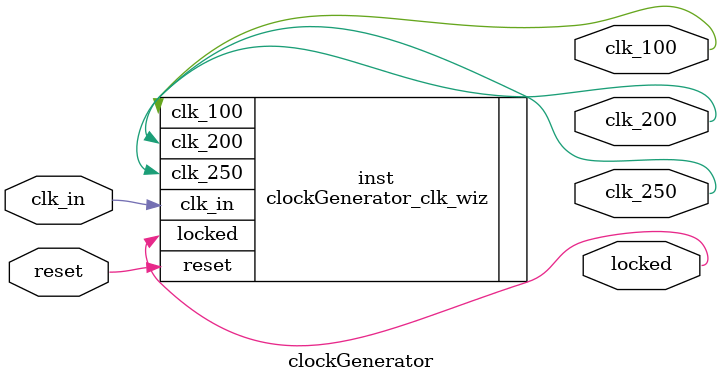
<source format=v>


`timescale 1ps/1ps

(* CORE_GENERATION_INFO = "clockGenerator,clk_wiz_v6_0_13_0_0,{component_name=clockGenerator,use_phase_alignment=true,use_min_o_jitter=false,use_max_i_jitter=false,use_dyn_phase_shift=false,use_inclk_switchover=false,use_dyn_reconfig=false,enable_axi=0,feedback_source=FDBK_AUTO,PRIMITIVE=MMCM,num_out_clk=3,clkin1_period=10.000,clkin2_period=10.000,use_power_down=false,use_reset=true,use_locked=true,use_inclk_stopped=false,feedback_type=SINGLE,CLOCK_MGR_TYPE=NA,manual_override=false}" *)

module clockGenerator 
 (
  // Clock out ports
  output        clk_100,
  output        clk_200,
  output        clk_250,
  // Status and control signals
  input         reset,
  output        locked,
 // Clock in ports
  input         clk_in
 );

  clockGenerator_clk_wiz inst
  (
  // Clock out ports  
  .clk_100(clk_100),
  .clk_200(clk_200),
  .clk_250(clk_250),
  // Status and control signals               
  .reset(reset), 
  .locked(locked),
 // Clock in ports
  .clk_in(clk_in)
  );

endmodule

</source>
